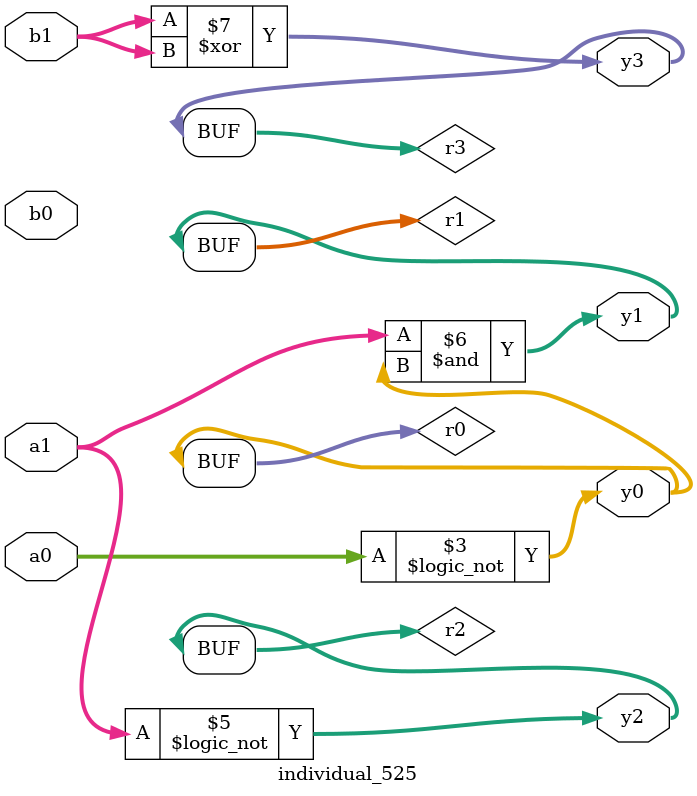
<source format=sv>
module individual_525(input logic [15:0] a1, input logic [15:0] a0, input logic [15:0] b1, input logic [15:0] b0, output logic [15:0] y3, output logic [15:0] y2, output logic [15:0] y1, output logic [15:0] y0);
logic [15:0] r0, r1, r2, r3; 
 always@(*) begin 
	 r0 = a0; r1 = a1; r2 = b0; r3 = b1; 
 	 r2  |=  r0 ;
 	 r0 = ! a0 ;
 	 r2  |=  b0 ;
 	 r2 = ! a1 ;
 	 r1  &=  r0 ;
 	 r3  ^=  r3 ;
 	 y3 = r3; y2 = r2; y1 = r1; y0 = r0; 
end
endmodule
</source>
